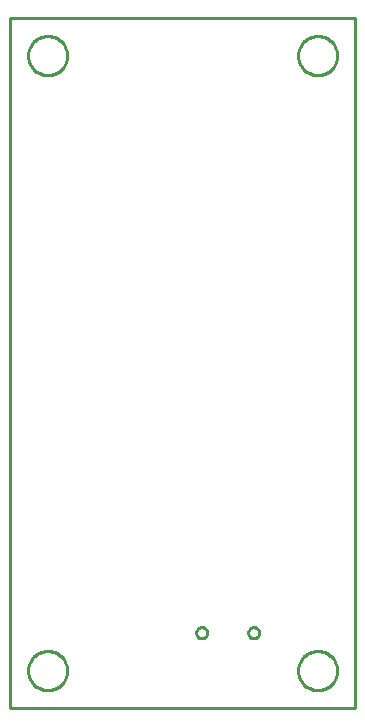
<source format=gbr>
G04 EAGLE Gerber RS-274X export*
G75*
%MOMM*%
%FSLAX34Y34*%
%LPD*%
%IN*%
%IPPOS*%
%AMOC8*
5,1,8,0,0,1.08239X$1,22.5*%
G01*
%ADD10C,0.254000*%


D10*
X0Y0D02*
X292100Y0D01*
X292100Y584200D01*
X0Y584200D01*
X0Y0D01*
X48260Y551910D02*
X48189Y550831D01*
X48048Y549759D01*
X47837Y548699D01*
X47558Y547655D01*
X47210Y546631D01*
X46796Y545633D01*
X46318Y544663D01*
X45778Y543727D01*
X45177Y542828D01*
X44519Y541971D01*
X43807Y541158D01*
X43042Y540394D01*
X42229Y539681D01*
X41372Y539023D01*
X40473Y538422D01*
X39537Y537882D01*
X38567Y537404D01*
X37569Y536990D01*
X36545Y536642D01*
X35501Y536363D01*
X34441Y536152D01*
X33369Y536011D01*
X32290Y535940D01*
X31210Y535940D01*
X30131Y536011D01*
X29059Y536152D01*
X27999Y536363D01*
X26955Y536642D01*
X25931Y536990D01*
X24933Y537404D01*
X23963Y537882D01*
X23027Y538422D01*
X22128Y539023D01*
X21271Y539681D01*
X20458Y540394D01*
X19694Y541158D01*
X18981Y541971D01*
X18323Y542828D01*
X17722Y543727D01*
X17182Y544663D01*
X16704Y545633D01*
X16290Y546631D01*
X15942Y547655D01*
X15663Y548699D01*
X15452Y549759D01*
X15311Y550831D01*
X15240Y551910D01*
X15240Y552990D01*
X15311Y554069D01*
X15452Y555141D01*
X15663Y556201D01*
X15942Y557245D01*
X16290Y558269D01*
X16704Y559267D01*
X17182Y560237D01*
X17722Y561173D01*
X18323Y562072D01*
X18981Y562929D01*
X19694Y563742D01*
X20458Y564507D01*
X21271Y565219D01*
X22128Y565877D01*
X23027Y566478D01*
X23963Y567018D01*
X24933Y567496D01*
X25931Y567910D01*
X26955Y568258D01*
X27999Y568537D01*
X29059Y568748D01*
X30131Y568889D01*
X31210Y568960D01*
X32290Y568960D01*
X33369Y568889D01*
X34441Y568748D01*
X35501Y568537D01*
X36545Y568258D01*
X37569Y567910D01*
X38567Y567496D01*
X39537Y567018D01*
X40473Y566478D01*
X41372Y565877D01*
X42229Y565219D01*
X43042Y564507D01*
X43807Y563742D01*
X44519Y562929D01*
X45177Y562072D01*
X45778Y561173D01*
X46318Y560237D01*
X46796Y559267D01*
X47210Y558269D01*
X47558Y557245D01*
X47837Y556201D01*
X48048Y555141D01*
X48189Y554069D01*
X48260Y552990D01*
X48260Y551910D01*
X48260Y31210D02*
X48189Y30131D01*
X48048Y29059D01*
X47837Y27999D01*
X47558Y26955D01*
X47210Y25931D01*
X46796Y24933D01*
X46318Y23963D01*
X45778Y23027D01*
X45177Y22128D01*
X44519Y21271D01*
X43807Y20458D01*
X43042Y19694D01*
X42229Y18981D01*
X41372Y18323D01*
X40473Y17722D01*
X39537Y17182D01*
X38567Y16704D01*
X37569Y16290D01*
X36545Y15942D01*
X35501Y15663D01*
X34441Y15452D01*
X33369Y15311D01*
X32290Y15240D01*
X31210Y15240D01*
X30131Y15311D01*
X29059Y15452D01*
X27999Y15663D01*
X26955Y15942D01*
X25931Y16290D01*
X24933Y16704D01*
X23963Y17182D01*
X23027Y17722D01*
X22128Y18323D01*
X21271Y18981D01*
X20458Y19694D01*
X19694Y20458D01*
X18981Y21271D01*
X18323Y22128D01*
X17722Y23027D01*
X17182Y23963D01*
X16704Y24933D01*
X16290Y25931D01*
X15942Y26955D01*
X15663Y27999D01*
X15452Y29059D01*
X15311Y30131D01*
X15240Y31210D01*
X15240Y32290D01*
X15311Y33369D01*
X15452Y34441D01*
X15663Y35501D01*
X15942Y36545D01*
X16290Y37569D01*
X16704Y38567D01*
X17182Y39537D01*
X17722Y40473D01*
X18323Y41372D01*
X18981Y42229D01*
X19694Y43042D01*
X20458Y43807D01*
X21271Y44519D01*
X22128Y45177D01*
X23027Y45778D01*
X23963Y46318D01*
X24933Y46796D01*
X25931Y47210D01*
X26955Y47558D01*
X27999Y47837D01*
X29059Y48048D01*
X30131Y48189D01*
X31210Y48260D01*
X32290Y48260D01*
X33369Y48189D01*
X34441Y48048D01*
X35501Y47837D01*
X36545Y47558D01*
X37569Y47210D01*
X38567Y46796D01*
X39537Y46318D01*
X40473Y45778D01*
X41372Y45177D01*
X42229Y44519D01*
X43042Y43807D01*
X43807Y43042D01*
X44519Y42229D01*
X45177Y41372D01*
X45778Y40473D01*
X46318Y39537D01*
X46796Y38567D01*
X47210Y37569D01*
X47558Y36545D01*
X47837Y35501D01*
X48048Y34441D01*
X48189Y33369D01*
X48260Y32290D01*
X48260Y31210D01*
X276860Y31210D02*
X276789Y30131D01*
X276648Y29059D01*
X276437Y27999D01*
X276158Y26955D01*
X275810Y25931D01*
X275396Y24933D01*
X274918Y23963D01*
X274378Y23027D01*
X273777Y22128D01*
X273119Y21271D01*
X272407Y20458D01*
X271642Y19694D01*
X270829Y18981D01*
X269972Y18323D01*
X269073Y17722D01*
X268137Y17182D01*
X267167Y16704D01*
X266169Y16290D01*
X265145Y15942D01*
X264101Y15663D01*
X263041Y15452D01*
X261969Y15311D01*
X260890Y15240D01*
X259810Y15240D01*
X258731Y15311D01*
X257659Y15452D01*
X256599Y15663D01*
X255555Y15942D01*
X254531Y16290D01*
X253533Y16704D01*
X252563Y17182D01*
X251627Y17722D01*
X250728Y18323D01*
X249871Y18981D01*
X249058Y19694D01*
X248294Y20458D01*
X247581Y21271D01*
X246923Y22128D01*
X246322Y23027D01*
X245782Y23963D01*
X245304Y24933D01*
X244890Y25931D01*
X244542Y26955D01*
X244263Y27999D01*
X244052Y29059D01*
X243911Y30131D01*
X243840Y31210D01*
X243840Y32290D01*
X243911Y33369D01*
X244052Y34441D01*
X244263Y35501D01*
X244542Y36545D01*
X244890Y37569D01*
X245304Y38567D01*
X245782Y39537D01*
X246322Y40473D01*
X246923Y41372D01*
X247581Y42229D01*
X248294Y43042D01*
X249058Y43807D01*
X249871Y44519D01*
X250728Y45177D01*
X251627Y45778D01*
X252563Y46318D01*
X253533Y46796D01*
X254531Y47210D01*
X255555Y47558D01*
X256599Y47837D01*
X257659Y48048D01*
X258731Y48189D01*
X259810Y48260D01*
X260890Y48260D01*
X261969Y48189D01*
X263041Y48048D01*
X264101Y47837D01*
X265145Y47558D01*
X266169Y47210D01*
X267167Y46796D01*
X268137Y46318D01*
X269073Y45778D01*
X269972Y45177D01*
X270829Y44519D01*
X271642Y43807D01*
X272407Y43042D01*
X273119Y42229D01*
X273777Y41372D01*
X274378Y40473D01*
X274918Y39537D01*
X275396Y38567D01*
X275810Y37569D01*
X276158Y36545D01*
X276437Y35501D01*
X276648Y34441D01*
X276789Y33369D01*
X276860Y32290D01*
X276860Y31210D01*
X276860Y551910D02*
X276789Y550831D01*
X276648Y549759D01*
X276437Y548699D01*
X276158Y547655D01*
X275810Y546631D01*
X275396Y545633D01*
X274918Y544663D01*
X274378Y543727D01*
X273777Y542828D01*
X273119Y541971D01*
X272407Y541158D01*
X271642Y540394D01*
X270829Y539681D01*
X269972Y539023D01*
X269073Y538422D01*
X268137Y537882D01*
X267167Y537404D01*
X266169Y536990D01*
X265145Y536642D01*
X264101Y536363D01*
X263041Y536152D01*
X261969Y536011D01*
X260890Y535940D01*
X259810Y535940D01*
X258731Y536011D01*
X257659Y536152D01*
X256599Y536363D01*
X255555Y536642D01*
X254531Y536990D01*
X253533Y537404D01*
X252563Y537882D01*
X251627Y538422D01*
X250728Y539023D01*
X249871Y539681D01*
X249058Y540394D01*
X248294Y541158D01*
X247581Y541971D01*
X246923Y542828D01*
X246322Y543727D01*
X245782Y544663D01*
X245304Y545633D01*
X244890Y546631D01*
X244542Y547655D01*
X244263Y548699D01*
X244052Y549759D01*
X243911Y550831D01*
X243840Y551910D01*
X243840Y552990D01*
X243911Y554069D01*
X244052Y555141D01*
X244263Y556201D01*
X244542Y557245D01*
X244890Y558269D01*
X245304Y559267D01*
X245782Y560237D01*
X246322Y561173D01*
X246923Y562072D01*
X247581Y562929D01*
X248294Y563742D01*
X249058Y564507D01*
X249871Y565219D01*
X250728Y565877D01*
X251627Y566478D01*
X252563Y567018D01*
X253533Y567496D01*
X254531Y567910D01*
X255555Y568258D01*
X256599Y568537D01*
X257659Y568748D01*
X258731Y568889D01*
X259810Y568960D01*
X260890Y568960D01*
X261969Y568889D01*
X263041Y568748D01*
X264101Y568537D01*
X265145Y568258D01*
X266169Y567910D01*
X267167Y567496D01*
X268137Y567018D01*
X269073Y566478D01*
X269972Y565877D01*
X270829Y565219D01*
X271642Y564507D01*
X272407Y563742D01*
X273119Y562929D01*
X273777Y562072D01*
X274378Y561173D01*
X274918Y560237D01*
X275396Y559267D01*
X275810Y558269D01*
X276158Y557245D01*
X276437Y556201D01*
X276648Y555141D01*
X276789Y554069D01*
X276860Y552990D01*
X276860Y551910D01*
X201402Y64104D02*
X201462Y64634D01*
X201580Y65154D01*
X201757Y65658D01*
X201988Y66138D01*
X202272Y66590D01*
X202605Y67007D01*
X202982Y67384D01*
X203399Y67717D01*
X203851Y68001D01*
X204331Y68232D01*
X204835Y68409D01*
X205355Y68527D01*
X205885Y68587D01*
X206419Y68587D01*
X206949Y68527D01*
X207469Y68409D01*
X207973Y68232D01*
X208453Y68001D01*
X208905Y67717D01*
X209322Y67384D01*
X209699Y67007D01*
X210032Y66590D01*
X210316Y66138D01*
X210547Y65658D01*
X210724Y65154D01*
X210842Y64634D01*
X210902Y64104D01*
X210902Y63570D01*
X210842Y63040D01*
X210724Y62520D01*
X210547Y62016D01*
X210316Y61536D01*
X210032Y61084D01*
X209699Y60667D01*
X209322Y60290D01*
X208905Y59957D01*
X208453Y59673D01*
X207973Y59442D01*
X207469Y59265D01*
X206949Y59147D01*
X206419Y59087D01*
X205885Y59087D01*
X205355Y59147D01*
X204835Y59265D01*
X204331Y59442D01*
X203851Y59673D01*
X203399Y59957D01*
X202982Y60290D01*
X202605Y60667D01*
X202272Y61084D01*
X201988Y61536D01*
X201757Y62016D01*
X201580Y62520D01*
X201462Y63040D01*
X201402Y63570D01*
X201402Y64104D01*
X157402Y64104D02*
X157462Y64634D01*
X157580Y65154D01*
X157757Y65658D01*
X157988Y66138D01*
X158272Y66590D01*
X158605Y67007D01*
X158982Y67384D01*
X159399Y67717D01*
X159851Y68001D01*
X160331Y68232D01*
X160835Y68409D01*
X161355Y68527D01*
X161885Y68587D01*
X162419Y68587D01*
X162949Y68527D01*
X163469Y68409D01*
X163973Y68232D01*
X164453Y68001D01*
X164905Y67717D01*
X165322Y67384D01*
X165699Y67007D01*
X166032Y66590D01*
X166316Y66138D01*
X166547Y65658D01*
X166724Y65154D01*
X166842Y64634D01*
X166902Y64104D01*
X166902Y63570D01*
X166842Y63040D01*
X166724Y62520D01*
X166547Y62016D01*
X166316Y61536D01*
X166032Y61084D01*
X165699Y60667D01*
X165322Y60290D01*
X164905Y59957D01*
X164453Y59673D01*
X163973Y59442D01*
X163469Y59265D01*
X162949Y59147D01*
X162419Y59087D01*
X161885Y59087D01*
X161355Y59147D01*
X160835Y59265D01*
X160331Y59442D01*
X159851Y59673D01*
X159399Y59957D01*
X158982Y60290D01*
X158605Y60667D01*
X158272Y61084D01*
X157988Y61536D01*
X157757Y62016D01*
X157580Y62520D01*
X157462Y63040D01*
X157402Y63570D01*
X157402Y64104D01*
M02*

</source>
